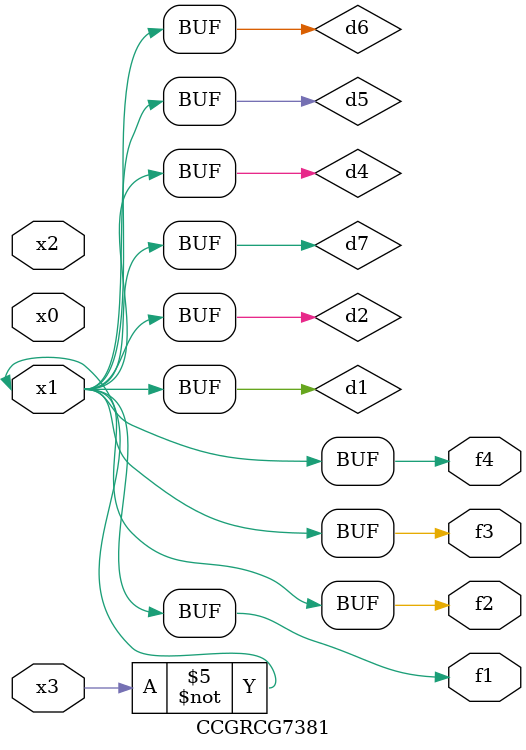
<source format=v>
module CCGRCG7381(
	input x0, x1, x2, x3,
	output f1, f2, f3, f4
);

	wire d1, d2, d3, d4, d5, d6, d7;

	not (d1, x3);
	buf (d2, x1);
	xnor (d3, d1, d2);
	nor (d4, d1);
	buf (d5, d1, d2);
	buf (d6, d4, d5);
	nand (d7, d4);
	assign f1 = d6;
	assign f2 = d7;
	assign f3 = d6;
	assign f4 = d6;
endmodule

</source>
